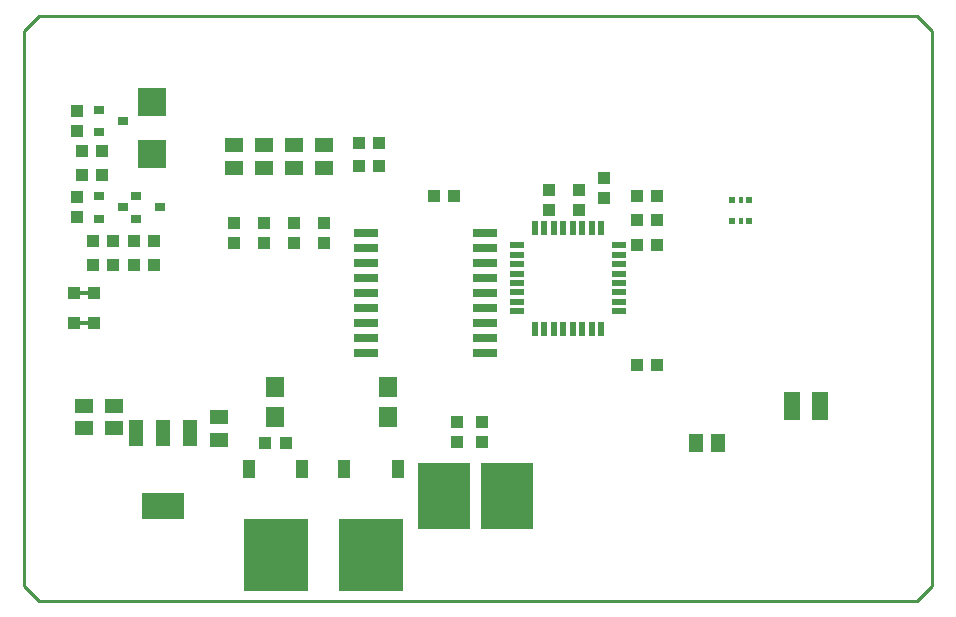
<source format=gbp>
G75*
%MOIN*%
%OFA0B0*%
%FSLAX25Y25*%
%IPPOS*%
%LPD*%
%AMOC8*
5,1,8,0,0,1.08239X$1,22.5*
%
%ADD10C,0.01000*%
%ADD11R,0.04331X0.03937*%
%ADD12R,0.08000X0.02600*%
%ADD13R,0.03937X0.04331*%
%ADD14R,0.04000X0.01600*%
%ADD15R,0.02200X0.05000*%
%ADD16R,0.05000X0.02200*%
%ADD17R,0.04800X0.08800*%
%ADD18R,0.14173X0.08661*%
%ADD19R,0.05906X0.05118*%
%ADD20R,0.01969X0.01969*%
%ADD21R,0.01575X0.01969*%
%ADD22R,0.03500X0.03100*%
%ADD23R,0.21260X0.24409*%
%ADD24R,0.03937X0.06299*%
%ADD25R,0.06102X0.07008*%
%ADD26R,0.09449X0.09449*%
%ADD27R,0.05118X0.05906*%
%ADD28R,0.17717X0.22047*%
%ADD29R,0.05512X0.09449*%
D10*
X0037595Y0057683D02*
X0032595Y0062683D01*
X0032595Y0247683D01*
X0037595Y0252683D01*
X0330095Y0252683D01*
X0335095Y0247683D01*
X0335095Y0062683D01*
X0330095Y0057683D01*
X0037595Y0057683D01*
D11*
X0112999Y0110183D03*
X0119692Y0110183D03*
X0055942Y0150183D03*
X0049249Y0150183D03*
X0049249Y0160183D03*
X0055942Y0160183D03*
X0055499Y0169558D03*
X0062192Y0169558D03*
X0069249Y0169558D03*
X0075942Y0169558D03*
X0075942Y0177683D03*
X0069249Y0177683D03*
X0062192Y0177683D03*
X0055499Y0177683D03*
X0058442Y0199558D03*
X0051749Y0199558D03*
X0051749Y0207683D03*
X0058442Y0207683D03*
X0144249Y0210183D03*
X0150942Y0210183D03*
X0150942Y0202683D03*
X0144249Y0202683D03*
X0169249Y0192683D03*
X0175942Y0192683D03*
X0236749Y0192683D03*
X0243442Y0192683D03*
X0243442Y0184558D03*
X0236749Y0184558D03*
X0236749Y0176433D03*
X0243442Y0176433D03*
X0243442Y0136433D03*
X0236749Y0136433D03*
D12*
X0186145Y0140183D03*
X0186145Y0145183D03*
X0186145Y0150183D03*
X0186145Y0155183D03*
X0186145Y0160183D03*
X0186145Y0165183D03*
X0186145Y0170183D03*
X0186145Y0175183D03*
X0186145Y0180183D03*
X0146545Y0180183D03*
X0146545Y0175183D03*
X0146545Y0170183D03*
X0146545Y0165183D03*
X0146545Y0160183D03*
X0146545Y0155183D03*
X0146545Y0150183D03*
X0146545Y0145183D03*
X0146545Y0140183D03*
D13*
X0176970Y0117280D03*
X0185095Y0117280D03*
X0185095Y0110587D03*
X0176970Y0110587D03*
X0132595Y0176837D03*
X0122595Y0176837D03*
X0112595Y0176837D03*
X0102595Y0176837D03*
X0102595Y0183530D03*
X0112595Y0183530D03*
X0122595Y0183530D03*
X0132595Y0183530D03*
X0207595Y0188087D03*
X0207595Y0194780D03*
X0217595Y0194780D03*
X0225720Y0191837D03*
X0217595Y0188087D03*
X0225720Y0198530D03*
X0050095Y0192280D03*
X0050095Y0185587D03*
X0050095Y0214337D03*
X0050095Y0221030D03*
D14*
X0052595Y0160183D03*
X0052595Y0150183D03*
D15*
X0202822Y0148283D03*
X0205971Y0148283D03*
X0209121Y0148283D03*
X0212270Y0148283D03*
X0215420Y0148283D03*
X0218570Y0148283D03*
X0221719Y0148283D03*
X0224869Y0148283D03*
X0224869Y0182083D03*
X0221719Y0182083D03*
X0218570Y0182083D03*
X0215420Y0182083D03*
X0212270Y0182083D03*
X0209121Y0182083D03*
X0205971Y0182083D03*
X0202822Y0182083D03*
D16*
X0196945Y0176207D03*
X0196945Y0173057D03*
X0196945Y0169907D03*
X0196945Y0166758D03*
X0196945Y0163608D03*
X0196945Y0160459D03*
X0196945Y0157309D03*
X0196945Y0154159D03*
X0230745Y0154159D03*
X0230745Y0157309D03*
X0230745Y0160459D03*
X0230745Y0163608D03*
X0230745Y0166758D03*
X0230745Y0169907D03*
X0230745Y0173057D03*
X0230745Y0176207D03*
D17*
X0087945Y0113633D03*
X0078845Y0113633D03*
X0069745Y0113633D03*
D18*
X0078845Y0089232D03*
D19*
X0097595Y0111443D03*
X0097595Y0118923D03*
X0062595Y0115193D03*
X0052595Y0115193D03*
X0052595Y0122673D03*
X0062595Y0122673D03*
X0102595Y0202068D03*
X0112595Y0202068D03*
X0122595Y0202068D03*
X0132595Y0202068D03*
X0132595Y0209548D03*
X0122595Y0209548D03*
X0112595Y0209548D03*
X0102595Y0209548D03*
D20*
X0268392Y0191226D03*
X0274298Y0191226D03*
X0274298Y0184140D03*
X0268392Y0184140D03*
D21*
X0271345Y0184140D03*
X0271345Y0191226D03*
D22*
X0077845Y0188833D03*
X0069845Y0185033D03*
X0065345Y0188833D03*
X0069845Y0192633D03*
X0057345Y0192633D03*
X0057345Y0185033D03*
X0057345Y0213783D03*
X0065345Y0217583D03*
X0057345Y0221383D03*
D23*
X0116345Y0072841D03*
X0148220Y0072841D03*
D24*
X0139244Y0101581D03*
X0125322Y0101581D03*
X0107369Y0101581D03*
X0157197Y0101581D03*
D25*
X0153875Y0118933D03*
X0153875Y0128933D03*
X0116316Y0128933D03*
X0116316Y0118933D03*
D26*
X0075095Y0206522D03*
X0075095Y0223845D03*
D27*
X0256355Y0110183D03*
X0263835Y0110183D03*
D28*
X0193383Y0092683D03*
X0172536Y0092683D03*
D29*
X0288496Y0122683D03*
X0297945Y0122683D03*
M02*

</source>
